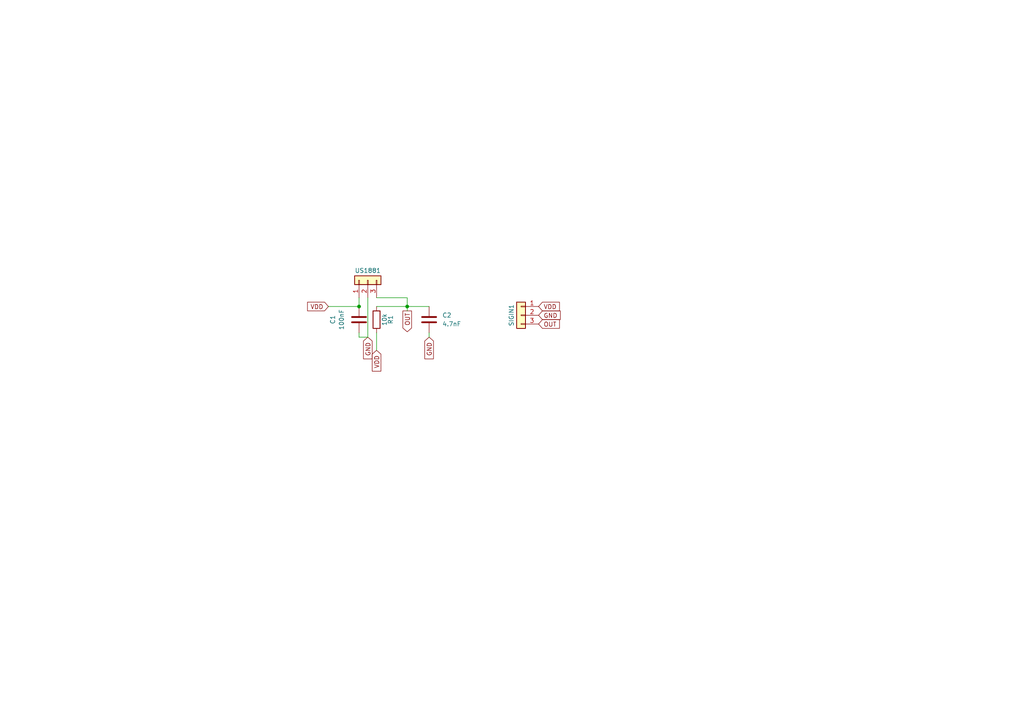
<source format=kicad_sch>
(kicad_sch (version 20231120) (generator "eeschema") (generator_version "8.0")
  (paper "A4")
  (lib_symbols
    (symbol "Connector_Generic:Conn_01x03" (pin_names (offset 1.016) hide)
      (property "Reference" "J" (at 0 5.08 0))
      (property "Value" "Conn_01x03" (at 0 -5.08 0))
      (symbol "Conn_01x03_1_1"
        (rectangle (start -1.27 -2.413) (end 0 -2.667) (stroke (width 0.1524)))
        (rectangle (start -1.27 0.127) (end 0 -0.127) (stroke (width 0.1524)))
        (rectangle (start -1.27 2.667) (end 0 2.413) (stroke (width 0.1524)))
        (rectangle (start -1.27 3.81) (end 1.27 -3.81) (stroke (width 0.254)) (fill (type background)))
        (pin passive line (at -5.08 2.54 0) (length 3.81) (name "Pin_1") (number "1"))
        (pin passive line (at -5.08 0 0) (length 3.81) (name "Pin_2") (number "2"))
        (pin passive line (at -5.08 -2.54 0) (length 3.81) (name "Pin_3") (number "3"))
      )
    )
    (symbol "Device:C" (pin_numbers hide) (pin_names (offset 0.254))
      (property "Reference" "C" (at 0.635 2.54 0))
      (property "Value" "C" (at 0.635 -2.54 0))
      (symbol "C_0_1"
        (polyline (pts (xy -2.032 -0.762) (xy 2.032 -0.762)) (stroke (width 0.508)))
        (polyline (pts (xy -2.032 0.762) (xy 2.032 0.762)) (stroke (width 0.508)))
      )
      (symbol "C_1_1"
        (pin passive line (at 0 3.81 270) (length 2.794) (name "~") (number "1"))
        (pin passive line (at 0 -3.81 90) (length 2.794) (name "~") (number "2"))
      )
    )
    (symbol "Device:R" (pin_numbers hide) (pin_names (offset 0))
      (property "Reference" "R" (at 2.032 0 90))
      (property "Value" "R" (at 0 0 90))
      (symbol "R_0_1"
        (rectangle (start -1.016 -2.54) (end 1.016 2.54) (stroke (width 0.254)))
      )
      (symbol "R_1_1"
        (pin passive line (at 0 3.81 270) (length 1.27) (name "~") (number "1"))
        (pin passive line (at 0 -3.81 90) (length 1.27) (name "~") (number "2"))
      )
    )
  )
  (junction (at 104.14 88.9))
  (junction (at 118.11 88.9))
  (wire (pts (xy 106.68 86.36) (xy 106.68 97.79)))
  (wire (pts (xy 104.14 96.52) (xy 104.14 97.79)))
  (wire (pts (xy 118.11 88.9) (xy 124.46 88.9)))
  (wire (pts (xy 95.25 88.9) (xy 104.14 88.9)))
  (wire (pts (xy 109.22 96.52) (xy 109.22 101.6)))
  (wire (pts (xy 104.14 97.79) (xy 106.68 97.79)))
  (wire (pts (xy 118.11 88.9) (xy 118.11 90.17)))
  (wire (pts (xy 109.22 88.9) (xy 118.11 88.9)))
  (wire (pts (xy 118.11 86.36) (xy 118.11 88.9)))
  (wire (pts (xy 104.14 86.36) (xy 104.14 88.9)))
  (wire (pts (xy 124.46 96.52) (xy 124.46 97.79)))
  (wire (pts (xy 109.22 86.36) (xy 118.11 86.36)))
  (global_label "OUT" (shape input) (at 156.21 93.98 0) (property "Intersheetrefs" "${INTERSHEET_REFS}" (effects (hide yes))))
  (global_label "VDD" (shape input) (at 95.25 88.9 180) (property "Intersheetrefs" "${INTERSHEET_REFS}" (effects (hide yes))))
  (global_label "GND" (shape input) (at 106.68 97.79 270) (property "Intersheetrefs" "${INTERSHEET_REFS}" (effects (hide yes))))
  (global_label "GND" (shape input) (at 156.21 91.44 0) (property "Intersheetrefs" "${INTERSHEET_REFS}" (effects (hide yes))))
  (global_label "VDD" (shape input) (at 109.22 101.6 270) (property "Intersheetrefs" "${INTERSHEET_REFS}" (effects (hide yes))))
  (global_label "VDD" (shape input) (at 156.21 88.9 0) (property "Intersheetrefs" "${INTERSHEET_REFS}" (effects (hide yes))))
  (global_label "OUT" (shape output) (at 118.11 90.17 270) (property "Intersheetrefs" "${INTERSHEET_REFS}" (effects (hide yes))))
  (global_label "GND" (shape input) (at 124.46 97.79 270) (property "Intersheetrefs" "${INTERSHEET_REFS}" (effects (hide yes))))
  (symbol (lib_id "Connector_Generic:Conn_01x03") (at 106.68 81.28 90) (unit 1)
    (property "Reference" "US1881" (at 106.68 78.486 90))
    (property "Value" "Conn_01x03" (effects (hide yes)))
    (property "Footprint" "Connector_PinHeader_2.54mm:PinHeader_1x03_P2.54mm_Vertical" (effects (hide yes)))
    (property "Description" "Generic connector, single row, 01x03, script generated (kicad-library-utils/schlib/autogen/connector/)" (effects (hide yes)))
  )
  (symbol (lib_id "Connector_Generic:Conn_01x03") (at 151.13 91.44 0) (mirror y) (unit 1)
    (property "Reference" "SIGIN1" (at 148.336 91.44 90))
    (property "Value" "Conn_01x03" (effects (hide yes)))
    (property "Footprint" "Connector_PinHeader_2.54mm:PinHeader_1x03_P2.54mm_Vertical" (effects (hide yes)))
    (property "Description" "Generic connector, single row, 01x03, script generated (kicad-library-utils/schlib/autogen/connector/)" (effects (hide yes)))
  )
  (symbol (lib_id "Device:R") (at 109.22 92.71 0) (mirror x) (unit 1)
    (property "Reference" "R1" (at 113.284 92.71 90))
    (property "Value" "10k" (at 111.506 92.71 90))
    (property "Footprint" "Resistor_THT:R_Axial_DIN0204_L3.6mm_D1.6mm_P7.62mm_Horizontal" (effects (hide yes)))
    (property "Description" "Resistor" (effects (hide yes)))
  )
  (symbol (lib_id "Device:C") (at 124.46 92.71 180) (unit 1)
    (property "Reference" "C2" (at 128.27 91.4399 0) (effects (justify right)))
    (property "Value" "4.7nF" (at 128.27 93.9799 0) (effects (justify right)))
    (property "Description" "Unpolarized capacitor" (effects (hide yes)))
  )
  (symbol (lib_id "Device:C") (at 104.14 92.71 180) (unit 1)
    (property "Reference" "C1" (at 96.52 92.71 90))
    (property "Value" "100nF" (at 99.06 92.71 90))
    (property "Footprint" "Capacitor_THT:C_Disc_D4.3mm_W1.9mm_P5.00mm" (effects (hide yes)))
    (property "Description" "Unpolarized capacitor" (effects (hide yes)))
  )
)
</source>
